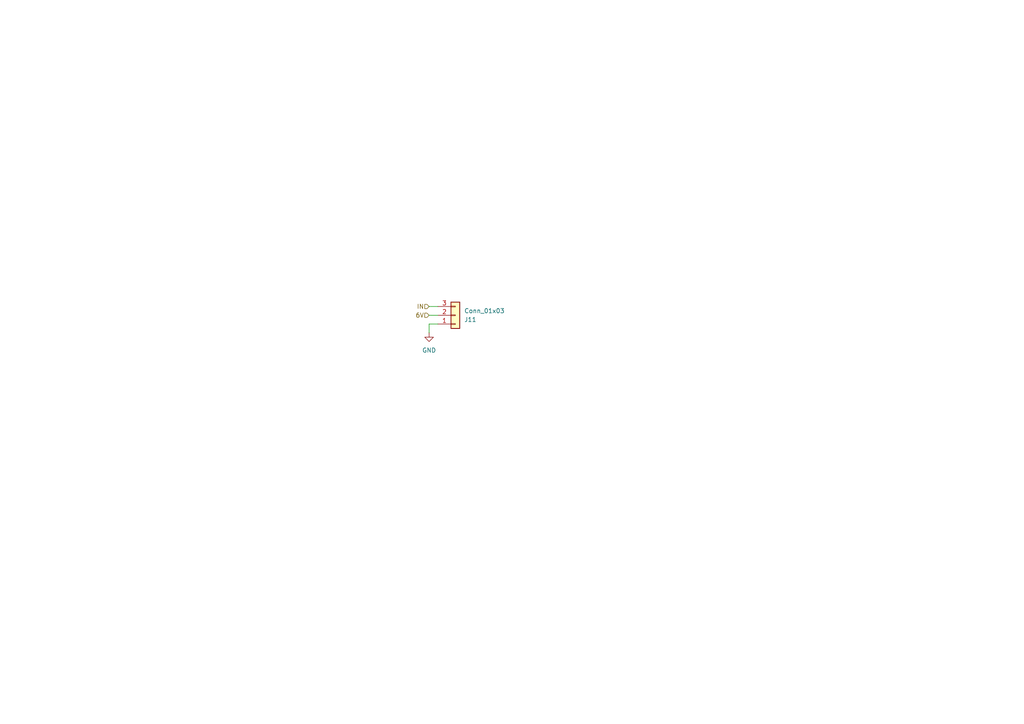
<source format=kicad_sch>
(kicad_sch (version 20231120) (generator "eeschema") (generator_version "8.0")
  (paper "A4")
  (lib_symbols
    (symbol "Connector_Generic:Conn_01x03" (pin_names (offset 1.016) hide)
      (property "Reference" "J" (at 0 5.08 0))
      (property "Value" "Conn_01x03" (at 0 -5.08 0))
      (symbol "Conn_01x03_1_1"
        (rectangle (start -1.27 -2.413) (end 0 -2.667) (stroke (width 0.1524)))
        (rectangle (start -1.27 0.127) (end 0 -0.127) (stroke (width 0.1524)))
        (rectangle (start -1.27 2.667) (end 0 2.413) (stroke (width 0.1524)))
        (rectangle (start -1.27 3.81) (end 1.27 -3.81) (stroke (width 0.254)) (fill (type background)))
        (pin passive line (at -5.08 2.54 0) (length 3.81) (name "Pin_1") (number "1"))
        (pin passive line (at -5.08 0 0) (length 3.81) (name "Pin_2") (number "2"))
        (pin passive line (at -5.08 -2.54 0) (length 3.81) (name "Pin_3") (number "3"))
      )
    )
    (symbol "power:GND" (power) (pin_numbers hide) (pin_names (offset 0) hide)
      (property "Value" "GND" (at 0 -3.81 0))
      (symbol "GND_0_1"
        (polyline (pts (xy 0 0) (xy 0 -1.27) (xy 1.27 -1.27) (xy 0 -2.54) (xy -1.27 -1.27) (xy 0 -1.27)))
      )
      (symbol "GND_1_1"
        (pin power_in line (at 0 0 270) (length 0) (name "~") (number "1"))
      )
    )
  )
  (wire (pts (xy 124.46 91.44) (xy 127 91.44)))
  (wire (pts (xy 124.46 93.98) (xy 127 93.98)))
  (wire (pts (xy 124.46 88.9) (xy 127 88.9)))
  (wire (pts (xy 124.46 96.52) (xy 124.46 93.98)))
  (hierarchical_label "IN" (shape input) (at 124.46 88.9 180))
  (hierarchical_label "6V" (shape input) (at 124.46 91.44 180))
  (symbol (lib_id "Connector_Generic:Conn_01x03") (at 132.08 91.44 0) (mirror x) (unit 1)
    (property "Reference" "J11" (at 134.62 92.7101 0) (effects (justify left)))
    (property "Value" "Conn_01x03" (at 134.62 90.1701 0) (effects (justify left)))
    (property "Footprint" "Connector_PinHeader_2.54mm:PinHeader_1x03_P2.54mm_Vertical" (effects (hide yes)))
    (property "Description" "Generic connector, single row, 01x03, script generated (kicad-library-utils/schlib/autogen/connector/)" (effects (hide yes)))
  )
  (symbol (lib_id "power:GND") (at 124.46 96.52 0) (unit 1)
    (property "Reference" "#PWR0192" (effects (hide yes)))
    (property "Value" "GND" (at 124.46 101.6 0))
    (property "Description" "Power symbol creates a global label with name \"GND\" , ground" (effects (hide yes)))
  )
)
</source>
